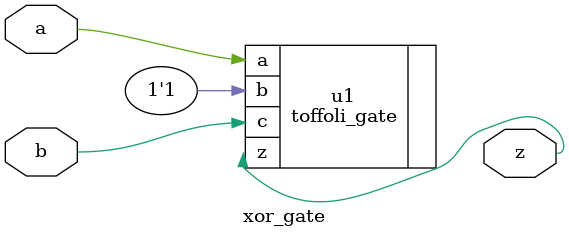
<source format=v>
`timescale 1ns / 1ps
module xor_gate(output z, input a, input b);
 toffoli_gate u1(.z(z), .a(a), .b(1'b1), .c(b));
endmodule


</source>
